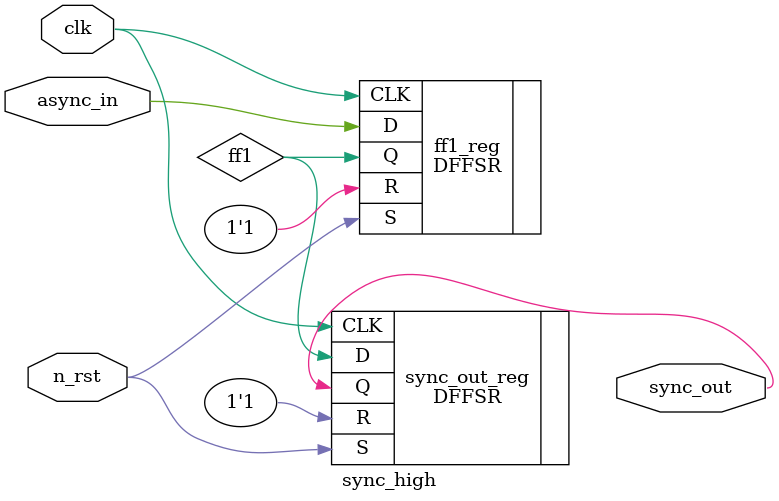
<source format=v>


module sync_high ( clk, n_rst, async_in, sync_out );
  input clk, n_rst, async_in;
  output sync_out;
  wire   ff1;

  DFFSR ff1_reg ( .D(async_in), .CLK(clk), .R(1'b1), .S(n_rst), .Q(ff1) );
  DFFSR sync_out_reg ( .D(ff1), .CLK(clk), .R(1'b1), .S(n_rst), .Q(sync_out)
         );
endmodule


</source>
